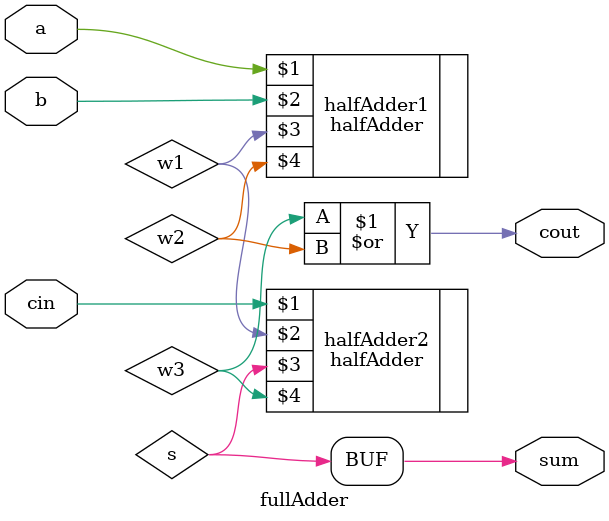
<source format=v>
module fullAdder(input a, b, cin, output reg sum, output cout);
	wire w1, w2, w3, s;
	
	halfAdder halfAdder1(a, b, w1, w2);
	halfAdder halfAdder2(cin, w1, s, w3);
	or(cout, w3, w2);
	always @(*) begin
		sum = s;
	end

endmodule

</source>
